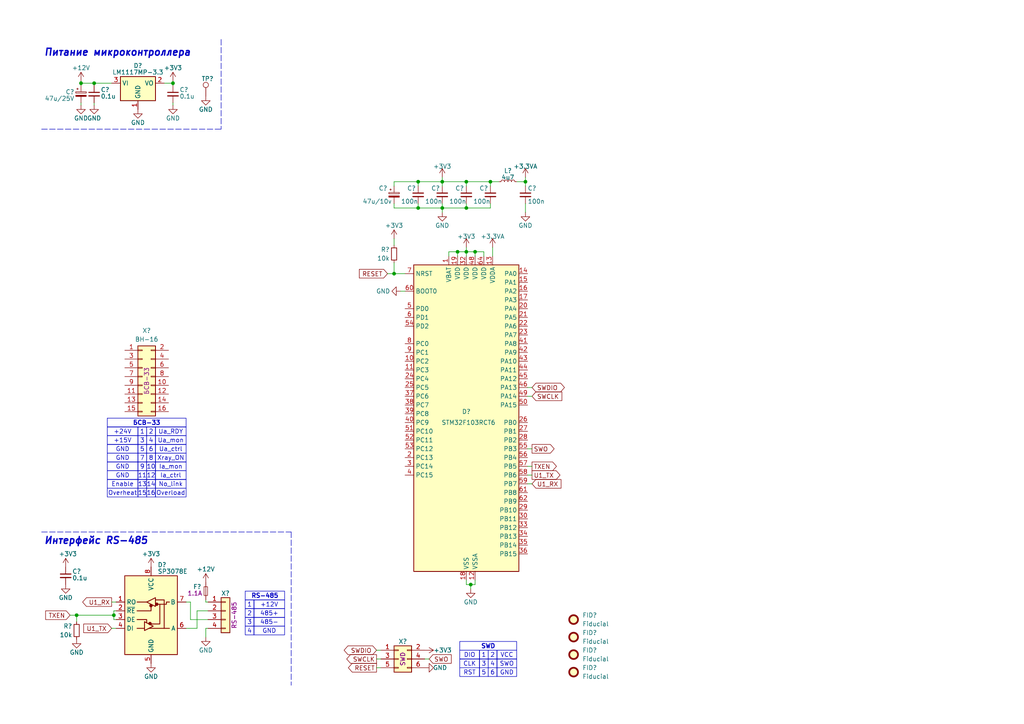
<source format=kicad_sch>
(kicad_sch (version 20231120) (generator "eeschema") (generator_version "8.0")
  (paper "A4")
  (title_block (title "RS485_BSV") (rev "1") (company "ООО \"Экросхим\"") (comment 1 "Антон Мухин"))
  (lib_symbols
    (symbol "Connector:TestPoint" (pin_numbers hide) (pin_names (offset 0.762) hide)
      (property "Reference" "TP" (at 0 6.858 0))
      (property "Value" "TestPoint" (at 0 5.08 0))
      (symbol "TestPoint_0_1"
        (circle (center 0 3.302) (radius 0.762))
      )
      (symbol "TestPoint_1_1"
        (pin passive line (at 0 0 90) (length 2.54) (name "1") (number "1"))
      )
    )
    (symbol "Connector_Generic:Conn_01x04" (pin_names (offset 1.016) hide)
      (property "Reference" "J" (at 0 5.08 0))
      (property "Value" "Conn_01x04" (at 0 -7.62 0))
      (symbol "Conn_01x04_1_1"
        (rectangle (start -1.27 -4.953) (end 0 -5.207) (stroke (width 0.1524)))
        (rectangle (start -1.27 -2.413) (end 0 -2.667) (stroke (width 0.1524)))
        (rectangle (start -1.27 0.127) (end 0 -0.127) (stroke (width 0.1524)))
        (rectangle (start -1.27 2.667) (end 0 2.413) (stroke (width 0.1524)))
        (rectangle (start -1.27 3.81) (end 1.27 -6.35) (stroke (width 0.254)) (fill (type background)))
        (pin passive line (at -5.08 2.54 0) (length 3.81) (name "Pin_1") (number "1"))
        (pin passive line (at -5.08 0 0) (length 3.81) (name "Pin_2") (number "2"))
        (pin passive line (at -5.08 -2.54 0) (length 3.81) (name "Pin_3") (number "3"))
        (pin passive line (at -5.08 -5.08 0) (length 3.81) (name "Pin_4") (number "4"))
      )
    )
    (symbol "Connector_Generic:Conn_02x03_Odd_Even" (pin_names (offset 1.016) hide)
      (property "Reference" "J" (at 1.27 5.08 0))
      (property "Value" "Conn_02x03_Odd_Even" (at 1.27 -5.08 0))
      (symbol "Conn_02x03_Odd_Even_1_1"
        (rectangle (start -1.27 -2.413) (end 0 -2.667) (stroke (width 0.1524)))
        (rectangle (start -1.27 0.127) (end 0 -0.127) (stroke (width 0.1524)))
        (rectangle (start -1.27 2.667) (end 0 2.413) (stroke (width 0.1524)))
        (rectangle (start -1.27 3.81) (end 3.81 -3.81) (stroke (width 0.254)) (fill (type background)))
        (rectangle (start 3.81 -2.413) (end 2.54 -2.667) (stroke (width 0.1524)))
        (rectangle (start 3.81 0.127) (end 2.54 -0.127) (stroke (width 0.1524)))
        (rectangle (start 3.81 2.667) (end 2.54 2.413) (stroke (width 0.1524)))
        (pin passive line (at -5.08 2.54 0) (length 3.81) (name "Pin_1") (number "1"))
        (pin passive line (at 7.62 2.54 180) (length 3.81) (name "Pin_2") (number "2"))
        (pin passive line (at -5.08 0 0) (length 3.81) (name "Pin_3") (number "3"))
        (pin passive line (at 7.62 0 180) (length 3.81) (name "Pin_4") (number "4"))
        (pin passive line (at -5.08 -2.54 0) (length 3.81) (name "Pin_5") (number "5"))
        (pin passive line (at 7.62 -2.54 180) (length 3.81) (name "Pin_6") (number "6"))
      )
    )
    (symbol "Connector_Generic:Conn_02x08_Odd_Even" (pin_names (offset 1.016) hide)
      (property "Reference" "J" (at 1.27 10.16 0))
      (property "Value" "Conn_02x08_Odd_Even" (at 1.27 -12.7 0))
      (symbol "Conn_02x08_Odd_Even_1_1"
        (rectangle (start -1.27 -10.033) (end 0 -10.287) (stroke (width 0.1524)))
        (rectangle (start -1.27 -7.493) (end 0 -7.747) (stroke (width 0.1524)))
        (rectangle (start -1.27 -4.953) (end 0 -5.207) (stroke (width 0.1524)))
        (rectangle (start -1.27 -2.413) (end 0 -2.667) (stroke (width 0.1524)))
        (rectangle (start -1.27 0.127) (end 0 -0.127) (stroke (width 0.1524)))
        (rectangle (start -1.27 2.667) (end 0 2.413) (stroke (width 0.1524)))
        (rectangle (start -1.27 5.207) (end 0 4.953) (stroke (width 0.1524)))
        (rectangle (start -1.27 7.747) (end 0 7.493) (stroke (width 0.1524)))
        (rectangle (start -1.27 8.89) (end 3.81 -11.43) (stroke (width 0.254)) (fill (type background)))
        (rectangle (start 3.81 -10.033) (end 2.54 -10.287) (stroke (width 0.1524)))
        (rectangle (start 3.81 -7.493) (end 2.54 -7.747) (stroke (width 0.1524)))
        (rectangle (start 3.81 -4.953) (end 2.54 -5.207) (stroke (width 0.1524)))
        (rectangle (start 3.81 -2.413) (end 2.54 -2.667) (stroke (width 0.1524)))
        (rectangle (start 3.81 0.127) (end 2.54 -0.127) (stroke (width 0.1524)))
        (rectangle (start 3.81 2.667) (end 2.54 2.413) (stroke (width 0.1524)))
        (rectangle (start 3.81 5.207) (end 2.54 4.953) (stroke (width 0.1524)))
        (rectangle (start 3.81 7.747) (end 2.54 7.493) (stroke (width 0.1524)))
        (pin passive line (at -5.08 7.62 0) (length 3.81) (name "Pin_1") (number "1"))
        (pin passive line (at 7.62 -2.54 180) (length 3.81) (name "Pin_10") (number "10"))
        (pin passive line (at -5.08 -5.08 0) (length 3.81) (name "Pin_11") (number "11"))
        (pin passive line (at 7.62 -5.08 180) (length 3.81) (name "Pin_12") (number "12"))
        (pin passive line (at -5.08 -7.62 0) (length 3.81) (name "Pin_13") (number "13"))
        (pin passive line (at 7.62 -7.62 180) (length 3.81) (name "Pin_14") (number "14"))
        (pin passive line (at -5.08 -10.16 0) (length 3.81) (name "Pin_15") (number "15"))
        (pin passive line (at 7.62 -10.16 180) (length 3.81) (name "Pin_16") (number "16"))
        (pin passive line (at 7.62 7.62 180) (length 3.81) (name "Pin_2") (number "2"))
        (pin passive line (at -5.08 5.08 0) (length 3.81) (name "Pin_3") (number "3"))
        (pin passive line (at 7.62 5.08 180) (length 3.81) (name "Pin_4") (number "4"))
        (pin passive line (at -5.08 2.54 0) (length 3.81) (name "Pin_5") (number "5"))
        (pin passive line (at 7.62 2.54 180) (length 3.81) (name "Pin_6") (number "6"))
        (pin passive line (at -5.08 0 0) (length 3.81) (name "Pin_7") (number "7"))
        (pin passive line (at 7.62 0 180) (length 3.81) (name "Pin_8") (number "8"))
        (pin passive line (at -5.08 -2.54 0) (length 3.81) (name "Pin_9") (number "9"))
      )
    )
    (symbol "Device:C_Polarized_Small" (pin_numbers hide) (pin_names (offset 0.254) hide)
      (property "Reference" "C" (at 0.254 1.778 0))
      (property "Value" "C_Polarized_Small" (at 0.254 -2.032 0))
      (symbol "C_Polarized_Small_0_1"
        (rectangle (start -1.524 -0.3048) (end 1.524 -0.6858) (fill (type outline)))
        (rectangle (start -1.524 0.6858) (end 1.524 0.3048))
        (polyline (pts (xy -1.27 1.524) (xy -0.762 1.524)))
        (polyline (pts (xy -1.016 1.27) (xy -1.016 1.778)))
      )
      (symbol "C_Polarized_Small_1_1"
        (pin passive line (at 0 2.54 270) (length 1.8542) (name "~") (number "1"))
        (pin passive line (at 0 -2.54 90) (length 1.8542) (name "~") (number "2"))
      )
    )
    (symbol "Device:C_Small" (pin_numbers hide) (pin_names (offset 0.254) hide)
      (property "Reference" "C" (at 0.254 1.778 0))
      (property "Value" "C_Small" (at 0.254 -2.032 0))
      (symbol "C_Small_0_1"
        (polyline (pts (xy -1.524 -0.508) (xy 1.524 -0.508)) (stroke (width 0.3302)))
        (polyline (pts (xy -1.524 0.508) (xy 1.524 0.508)) (stroke (width 0.3048)))
      )
      (symbol "C_Small_1_1"
        (pin passive line (at 0 2.54 270) (length 2.032) (name "~") (number "1"))
        (pin passive line (at 0 -2.54 90) (length 2.032) (name "~") (number "2"))
      )
    )
    (symbol "Device:Fuse_Small" (pin_numbers hide) (pin_names (offset 0.254) hide)
      (property "Reference" "F" (at 0 -1.524 0))
      (property "Value" "Fuse_Small" (at 0 1.524 0))
      (symbol "Fuse_Small_0_1"
        (rectangle (start -1.27 0.508) (end 1.27 -0.508))
        (polyline (pts (xy -1.27 0) (xy 1.27 0)))
      )
      (symbol "Fuse_Small_1_1"
        (pin passive line (at -2.54 0 0) (length 1.27) (name "~") (number "1"))
        (pin passive line (at 2.54 0 180) (length 1.27) (name "~") (number "2"))
      )
    )
    (symbol "Device:L_Small" (pin_numbers hide) (pin_names (offset 0.254) hide)
      (property "Reference" "L" (at 0.762 1.016 0))
      (property "Value" "L_Small" (at 0.762 -1.016 0))
      (symbol "L_Small_0_1"
        (arc (start 0 -2.032) (mid 0.5058 -1.524) (end 0 -1.016))
        (arc (start 0 -1.016) (mid 0.5058 -0.508) (end 0 0))
        (arc (start 0 0) (mid 0.5058 0.508) (end 0 1.016))
        (arc (start 0 1.016) (mid 0.5058 1.524) (end 0 2.032))
      )
      (symbol "L_Small_1_1"
        (pin passive line (at 0 2.54 270) (length 0.508) (name "~") (number "1"))
        (pin passive line (at 0 -2.54 90) (length 0.508) (name "~") (number "2"))
      )
    )
    (symbol "Device:R_Small" (pin_numbers hide) (pin_names (offset 0.254) hide)
      (property "Reference" "R" (at 0.762 0.508 0))
      (property "Value" "R_Small" (at 0.762 -1.016 0))
      (symbol "R_Small_0_1"
        (rectangle (start -0.762 1.778) (end 0.762 -1.778) (stroke (width 0.2032)))
      )
      (symbol "R_Small_1_1"
        (pin passive line (at 0 2.54 270) (length 0.762) (name "~") (number "1"))
        (pin passive line (at 0 -2.54 90) (length 0.762) (name "~") (number "2"))
      )
    )
    (symbol "Interface_UART:MAX3485"
      (property "Reference" "U" (at -6.096 11.43 0))
      (property "Value" "MAX3485" (at 0.762 11.43 0))
      (symbol "MAX3485_0_1"
        (rectangle (start -7.62 10.16) (end 7.62 -12.7) (stroke (width 0.254)) (fill (type background)))
        (circle (center -0.3048 -3.683) (radius 0.3556) (stroke (width 0.254)) (fill (type outline)))
        (circle (center -0.0254 1.4986) (radius 0.3556) (stroke (width 0.254)) (fill (type outline)))
        (polyline (pts (xy -4.064 -5.08) (xy -1.905 -5.08)) (stroke (width 0.254)))
        (polyline (pts (xy -4.064 2.54) (xy -1.27 2.54)) (stroke (width 0.254)))
        (polyline (pts (xy -1.27 -3.2004) (xy -1.27 -3.4544)) (stroke (width 0.254)))
        (polyline (pts (xy -0.635 -5.08) (xy 5.334 -5.08)) (stroke (width 0.254)))
        (polyline (pts (xy -4.064 -2.54) (xy -1.27 -2.54) (xy -1.27 -3.175)) (stroke (width 0.254)))
        (polyline (pts (xy 0 1.27) (xy 0 0) (xy -4.064 0)) (stroke (width 0.254)))
        (polyline (pts (xy 1.27 3.175) (xy 3.81 3.175) (xy 3.81 -5.08)) (stroke (width 0.254)))
        (polyline (pts (xy 2.54 1.905) (xy 2.54 -3.81) (xy 0 -3.81)) (stroke (width 0.254)))
        (polyline (pts (xy -1.905 -3.175) (xy -1.905 -5.715) (xy 0.635 -4.445) (xy -1.905 -3.175)) (stroke (width 0.254)))
        (polyline (pts (xy -1.27 2.54) (xy 1.27 3.81) (xy 1.27 1.27) (xy -1.27 2.54)) (stroke (width 0.254)))
        (polyline (pts (xy 1.905 1.905) (xy 4.445 1.905) (xy 4.445 2.54) (xy 5.334 2.54)) (stroke (width 0.254)))
        (rectangle (start 1.27 3.175) (end 1.27 3.175))
        (circle (center 1.651 1.905) (radius 0.3556) (stroke (width 0.254)) (fill (type outline)))
      )
      (symbol "MAX3485_1_1"
        (pin output line (at -10.16 2.54 0) (length 2.54) (name "RO") (number "1"))
        (pin input line (at -10.16 0 0) (length 2.54) (name "~{RE}") (number "2"))
        (pin input line (at -10.16 -2.54 0) (length 2.54) (name "DE") (number "3"))
        (pin input line (at -10.16 -5.08 0) (length 2.54) (name "DI") (number "4"))
        (pin power_in line (at 0 -15.24 90) (length 2.54) (name "GND") (number "5"))
        (pin bidirectional line (at 10.16 -5.08 180) (length 2.54) (name "A") (number "6"))
        (pin bidirectional line (at 10.16 2.54 180) (length 2.54) (name "B") (number "7"))
        (pin power_in line (at 0 12.7 270) (length 2.54) (name "VCC") (number "8"))
      )
    )
    (symbol "MCU_ST_STM32F1:STM32F103RCTx"
      (property "Reference" "U" (at -15.24 46.99 0))
      (property "Value" "STM32F103RCTx" (at 10.16 46.99 0))
      (symbol "STM32F103RCTx_0_1"
        (rectangle (start -15.24 -43.18) (end 15.24 45.72) (stroke (width 0.254)) (fill (type background)))
      )
      (symbol "STM32F103RCTx_1_1"
        (pin power_in line (at -5.08 48.26 270) (length 2.54) (name "VBAT") (number "1"))
        (pin bidirectional line (at -17.78 17.78 0) (length 2.54) (name "PC2") (number "10"))
        (pin bidirectional line (at -17.78 15.24 0) (length 2.54) (name "PC3") (number "11"))
        (pin power_in line (at 2.54 -45.72 90) (length 2.54) (name "VSSA") (number "12"))
        (pin power_in line (at 7.62 48.26 270) (length 2.54) (name "VDDA") (number "13"))
        (pin bidirectional line (at 17.78 43.18 180) (length 2.54) (name "PA0") (number "14"))
        (pin bidirectional line (at 17.78 40.64 180) (length 2.54) (name "PA1") (number "15"))
        (pin bidirectional line (at 17.78 38.1 180) (length 2.54) (name "PA2") (number "16"))
        (pin bidirectional line (at 17.78 35.56 180) (length 2.54) (name "PA3") (number "17"))
        (pin power_in line (at 0 -45.72 90) (length 2.54) (name "VSS") (number "18"))
        (pin power_in line (at -2.54 48.26 270) (length 2.54) (name "VDD") (number "19"))
        (pin bidirectional line (at -17.78 -10.16 0) (length 2.54) (name "PC13") (number "2"))
        (pin bidirectional line (at 17.78 33.02 180) (length 2.54) (name "PA4") (number "20"))
        (pin bidirectional line (at 17.78 30.48 180) (length 2.54) (name "PA5") (number "21"))
        (pin bidirectional line (at 17.78 27.94 180) (length 2.54) (name "PA6") (number "22"))
        (pin bidirectional line (at 17.78 25.4 180) (length 2.54) (name "PA7") (number "23"))
        (pin bidirectional line (at -17.78 12.7 0) (length 2.54) (name "PC4") (number "24"))
        (pin bidirectional line (at -17.78 10.16 0) (length 2.54) (name "PC5") (number "25"))
        (pin bidirectional line (at 17.78 0 180) (length 2.54) (name "PB0") (number "26"))
        (pin bidirectional line (at 17.78 -2.54 180) (length 2.54) (name "PB1") (number "27"))
        (pin bidirectional line (at 17.78 -5.08 180) (length 2.54) (name "PB2") (number "28"))
        (pin bidirectional line (at 17.78 -25.4 180) (length 2.54) (name "PB10") (number "29"))
        (pin bidirectional line (at -17.78 -12.7 0) (length 2.54) (name "PC14") (number "3"))
        (pin bidirectional line (at 17.78 -27.94 180) (length 2.54) (name "PB11") (number "30"))
        (pin passive line (at 0 -45.72 90) (length 2.54) hide (name "VSS") (number "31"))
        (pin power_in line (at 0 48.26 270) (length 2.54) (name "VDD") (number "32"))
        (pin bidirectional line (at 17.78 -30.48 180) (length 2.54) (name "PB12") (number "33"))
        (pin bidirectional line (at 17.78 -33.02 180) (length 2.54) (name "PB13") (number "34"))
        (pin bidirectional line (at 17.78 -35.56 180) (length 2.54) (name "PB14") (number "35"))
        (pin bidirectional line (at 17.78 -38.1 180) (length 2.54) (name "PB15") (number "36"))
        (pin bidirectional line (at -17.78 7.62 0) (length 2.54) (name "PC6") (number "37"))
        (pin bidirectional line (at -17.78 5.08 0) (length 2.54) (name "PC7") (number "38"))
        (pin bidirectional line (at -17.78 2.54 0) (length 2.54) (name "PC8") (number "39"))
        (pin bidirectional line (at -17.78 -15.24 0) (length 2.54) (name "PC15") (number "4"))
        (pin bidirectional line (at -17.78 0 0) (length 2.54) (name "PC9") (number "40"))
        (pin bidirectional line (at 17.78 22.86 180) (length 2.54) (name "PA8") (number "41"))
        (pin bidirectional line (at 17.78 20.32 180) (length 2.54) (name "PA9") (number "42"))
        (pin bidirectional line (at 17.78 17.78 180) (length 2.54) (name "PA10") (number "43"))
        (pin bidirectional line (at 17.78 15.24 180) (length 2.54) (name "PA11") (number "44"))
        (pin bidirectional line (at 17.78 12.7 180) (length 2.54) (name "PA12") (number "45"))
        (pin bidirectional line (at 17.78 10.16 180) (length 2.54) (name "PA13") (number "46"))
        (pin passive line (at 0 -45.72 90) (length 2.54) hide (name "VSS") (number "47"))
        (pin power_in line (at 2.54 48.26 270) (length 2.54) (name "VDD") (number "48"))
        (pin bidirectional line (at 17.78 7.62 180) (length 2.54) (name "PA14") (number "49"))
        (pin bidirectional line (at -17.78 33.02 0) (length 2.54) (name "PD0") (number "5"))
        (pin bidirectional line (at 17.78 5.08 180) (length 2.54) (name "PA15") (number "50"))
        (pin bidirectional line (at -17.78 -2.54 0) (length 2.54) (name "PC10") (number "51"))
        (pin bidirectional line (at -17.78 -5.08 0) (length 2.54) (name "PC11") (number "52"))
        (pin bidirectional line (at -17.78 -7.62 0) (length 2.54) (name "PC12") (number "53"))
        (pin bidirectional line (at -17.78 27.94 0) (length 2.54) (name "PD2") (number "54"))
        (pin bidirectional line (at 17.78 -7.62 180) (length 2.54) (name "PB3") (number "55"))
        (pin bidirectional line (at 17.78 -10.16 180) (length 2.54) (name "PB4") (number "56"))
        (pin bidirectional line (at 17.78 -12.7 180) (length 2.54) (name "PB5") (number "57"))
        (pin bidirectional line (at 17.78 -15.24 180) (length 2.54) (name "PB6") (number "58"))
        (pin bidirectional line (at 17.78 -17.78 180) (length 2.54) (name "PB7") (number "59"))
        (pin bidirectional line (at -17.78 30.48 0) (length 2.54) (name "PD1") (number "6"))
        (pin input line (at -17.78 38.1 0) (length 2.54) (name "BOOT0") (number "60"))
        (pin bidirectional line (at 17.78 -20.32 180) (length 2.54) (name "PB8") (number "61"))
        (pin bidirectional line (at 17.78 -22.86 180) (length 2.54) (name "PB9") (number "62"))
        (pin passive line (at 0 -45.72 90) (length 2.54) hide (name "VSS") (number "63"))
        (pin power_in line (at 5.08 48.26 270) (length 2.54) (name "VDD") (number "64"))
        (pin input line (at -17.78 43.18 0) (length 2.54) (name "NRST") (number "7"))
        (pin bidirectional line (at -17.78 22.86 0) (length 2.54) (name "PC0") (number "8"))
        (pin bidirectional line (at -17.78 20.32 0) (length 2.54) (name "PC1") (number "9"))
      )
    )
    (symbol "Mechanical:Fiducial" (exclude_from_sim yes) (in_bom no)
      (property "Reference" "FID" (at 0 5.08 0))
      (property "Value" "Fiducial" (at 0 3.175 0))
      (symbol "Fiducial_0_1"
        (circle (center 0 0) (radius 1.27) (stroke (width 0.508)) (fill (type background)))
      )
    )
    (symbol "Regulator_Linear:LM1117MP-3.3"
      (property "Reference" "U" (at -3.81 3.175 0))
      (property "Value" "LM1117MP-3.3" (at 0 3.175 0))
      (symbol "LM1117MP-3.3_0_1"
        (rectangle (start -5.08 -5.08) (end 5.08 1.905) (stroke (width 0.254)) (fill (type background)))
      )
      (symbol "LM1117MP-3.3_1_1"
        (pin power_in line (at 0 -7.62 90) (length 2.54) (name "GND") (number "1"))
        (pin power_out line (at 7.62 0 180) (length 2.54) (name "VO") (number "2"))
        (pin power_in line (at -7.62 0 0) (length 2.54) (name "VI") (number "3"))
      )
    )
    (symbol "power:+12V" (power) (pin_names (offset 0))
      (property "Value" "+12V" (at 0 3.556 0))
      (symbol "+12V_0_1"
        (polyline (pts (xy -0.762 1.27) (xy 0 2.54)))
        (polyline (pts (xy 0 0) (xy 0 2.54)))
        (polyline (pts (xy 0 2.54) (xy 0.762 1.27)))
      )
      (symbol "+12V_1_1"
        (pin power_in line (at 0 0 90) (length 0) hide (name "+12V") (number "1"))
      )
    )
    (symbol "power:+3.3VA" (power) (pin_names (offset 0))
      (property "Value" "+3.3VA" (at 0 3.556 0))
      (symbol "+3.3VA_0_1"
        (polyline (pts (xy -0.762 1.27) (xy 0 2.54)))
        (polyline (pts (xy 0 0) (xy 0 2.54)))
        (polyline (pts (xy 0 2.54) (xy 0.762 1.27)))
      )
      (symbol "+3.3VA_1_1"
        (pin power_in line (at 0 0 90) (length 0) hide (name "+3.3VA") (number "1"))
      )
    )
    (symbol "power:+3V3" (power) (pin_names (offset 0))
      (property "Value" "+3V3" (at 0 3.556 0))
      (symbol "+3V3_0_1"
        (polyline (pts (xy -0.762 1.27) (xy 0 2.54)))
        (polyline (pts (xy 0 0) (xy 0 2.54)))
        (polyline (pts (xy 0 2.54) (xy 0.762 1.27)))
      )
      (symbol "+3V3_1_1"
        (pin power_in line (at 0 0 90) (length 0) hide (name "+3V3") (number "1"))
      )
    )
    (symbol "power:GND" (power) (pin_names (offset 0))
      (property "Value" "GND" (at 0 -3.81 0))
      (symbol "GND_0_1"
        (polyline (pts (xy 0 0) (xy 0 -1.27) (xy 1.27 -1.27) (xy 0 -2.54) (xy -1.27 -1.27) (xy 0 -1.27)))
      )
      (symbol "GND_1_1"
        (pin power_in line (at 0 0 270) (length 0) hide (name "GND") (number "1"))
      )
    )
  )
  (junction (at 136.525 169.545))
  (junction (at 152.4 52.705))
  (junction (at 114.3 79.375))
  (junction (at 27.305 24.13))
  (junction (at 135.255 60.325))
  (junction (at 128.27 52.705))
  (junction (at 23.495 24.13))
  (junction (at 128.27 60.325))
  (junction (at 121.285 60.325))
  (junction (at 33.02 178.435))
  (junction (at 50.165 24.13))
  (junction (at 135.255 73.025))
  (junction (at 135.255 52.705))
  (junction (at 22.225 178.435))
  (junction (at 132.715 73.025))
  (junction (at 142.24 52.705))
  (junction (at 121.285 52.705))
  (junction (at 137.795 73.025))
  (wire (pts (xy 149.86 52.705) (xy 152.4 52.705)))
  (wire (pts (xy 121.285 59.055) (xy 121.285 60.325)))
  (wire (pts (xy 22.225 178.435) (xy 33.02 178.435)))
  (wire (pts (xy 132.715 73.025) (xy 132.715 74.295)))
  (wire (pts (xy 114.3 60.325) (xy 121.285 60.325)))
  (wire (pts (xy 135.255 71.755) (xy 135.255 73.025)))
  (wire (pts (xy 128.27 60.325) (xy 135.255 60.325)))
  (wire (pts (xy 121.285 53.975) (xy 121.285 52.705)))
  (wire (pts (xy 154.305 114.935) (xy 153.035 114.935)))
  (wire (pts (xy 55.245 174.625) (xy 53.975 174.625)))
  (wire (pts (xy 114.3 76.2) (xy 114.3 79.375)))
  (wire (pts (xy 142.875 71.755) (xy 142.875 74.295)))
  (wire (pts (xy 33.02 179.705) (xy 33.02 178.435)))
  (wire (pts (xy 140.335 73.025) (xy 137.795 73.025)))
  (wire (pts (xy 33.02 178.435) (xy 33.02 177.165)))
  (wire (pts (xy 23.495 24.13) (xy 23.495 24.765)))
  (wire (pts (xy 136.525 169.545) (xy 137.795 169.545)))
  (wire (pts (xy 59.69 182.245) (xy 59.69 184.785)))
  (wire (pts (xy 140.335 74.295) (xy 140.335 73.025)))
  (wire (pts (xy 135.255 169.545) (xy 136.525 169.545)))
  (wire (pts (xy 154.305 135.255) (xy 153.035 135.255)))
  (wire (pts (xy 55.245 179.705) (xy 55.245 174.625)))
  (wire (pts (xy 135.255 52.705) (xy 135.255 53.975)))
  (wire (pts (xy 50.165 23.495) (xy 50.165 24.13)))
  (wire (pts (xy 128.27 52.705) (xy 135.255 52.705)))
  (wire (pts (xy 114.3 59.055) (xy 114.3 60.325)))
  (wire (pts (xy 154.305 130.175) (xy 153.035 130.175)))
  (wire (pts (xy 112.395 79.375) (xy 114.3 79.375)))
  (wire (pts (xy 27.305 29.845) (xy 27.305 30.48)))
  (wire (pts (xy 142.24 52.705) (xy 144.78 52.705)))
  (wire (pts (xy 22.225 178.435) (xy 22.225 180.34)))
  (wire (pts (xy 32.385 182.245) (xy 33.655 182.245)))
  (wire (pts (xy 114.3 69.215) (xy 114.3 71.12)))
  (wire (pts (xy 23.495 29.845) (xy 23.495 30.48)))
  (wire (pts (xy 20.32 178.435) (xy 22.225 178.435)))
  (wire (pts (xy 50.165 24.13) (xy 50.165 24.765)))
  (wire (pts (xy 33.02 177.165) (xy 33.655 177.165)))
  (wire (pts (xy 60.325 182.245) (xy 59.69 182.245)))
  (wire (pts (xy 132.715 73.025) (xy 135.255 73.025)))
  (wire (pts (xy 128.27 60.325) (xy 128.27 61.595)))
  (wire (pts (xy 135.255 168.275) (xy 135.255 169.545)))
  (wire (pts (xy 152.4 52.705) (xy 152.4 53.975)))
  (wire (pts (xy 135.255 52.705) (xy 142.24 52.705)))
  (wire (pts (xy 135.255 73.025) (xy 135.255 74.295)))
  (wire (pts (xy 27.305 24.13) (xy 27.305 24.765)))
  (wire (pts (xy 109.22 193.675) (xy 110.49 193.675)))
  (wire (pts (xy 142.24 60.325) (xy 135.255 60.325)))
  (wire (pts (xy 27.305 24.13) (xy 32.385 24.13)))
  (wire (pts (xy 136.525 169.545) (xy 136.525 170.815)))
  (wire (pts (xy 114.3 52.705) (xy 121.285 52.705)))
  (wire (pts (xy 121.285 52.705) (xy 128.27 52.705)))
  (wire (pts (xy 59.69 174.625) (xy 59.69 173.99)))
  (wire (pts (xy 121.285 60.325) (xy 128.27 60.325)))
  (polyline (pts (xy 12.065 37.465) (xy 64.135 37.465)) (stroke (width 0) (type dash)))
  (polyline (pts (xy 64.135 11.43) (xy 64.135 37.465)) (stroke (width 0) (type dash)))
  (wire (pts (xy 137.795 73.025) (xy 137.795 74.295)))
  (wire (pts (xy 130.175 74.295) (xy 130.175 73.025)))
  (polyline (pts (xy 84.455 154.305) (xy 84.455 198.755)) (stroke (width 0) (type dash)))
  (wire (pts (xy 47.625 24.13) (xy 50.165 24.13)))
  (wire (pts (xy 154.305 112.395) (xy 153.035 112.395)))
  (wire (pts (xy 128.27 59.055) (xy 128.27 60.325)))
  (wire (pts (xy 154.305 137.795) (xy 153.035 137.795)))
  (wire (pts (xy 137.795 169.545) (xy 137.795 168.275)))
  (wire (pts (xy 33.655 179.705) (xy 33.02 179.705)))
  (wire (pts (xy 109.22 188.595) (xy 110.49 188.595)))
  (wire (pts (xy 23.495 23.495) (xy 23.495 24.13)))
  (wire (pts (xy 124.46 191.135) (xy 123.19 191.135)))
  (wire (pts (xy 128.27 51.435) (xy 128.27 52.705)))
  (wire (pts (xy 135.255 60.325) (xy 135.255 59.055)))
  (wire (pts (xy 152.4 51.435) (xy 152.4 52.705)))
  (wire (pts (xy 60.325 179.705) (xy 55.245 179.705)))
  (wire (pts (xy 109.22 191.135) (xy 110.49 191.135)))
  (wire (pts (xy 130.175 73.025) (xy 132.715 73.025)))
  (wire (pts (xy 154.305 140.335) (xy 153.035 140.335)))
  (wire (pts (xy 114.3 53.975) (xy 114.3 52.705)))
  (wire (pts (xy 57.15 182.245) (xy 57.15 177.165)))
  (wire (pts (xy 152.4 59.055) (xy 152.4 61.595)))
  (wire (pts (xy 114.3 79.375) (xy 117.475 79.375)))
  (wire (pts (xy 142.24 59.055) (xy 142.24 60.325)))
  (wire (pts (xy 53.975 182.245) (xy 57.15 182.245)))
  (wire (pts (xy 135.255 73.025) (xy 137.795 73.025)))
  (wire (pts (xy 23.495 24.13) (xy 27.305 24.13)))
  (wire (pts (xy 57.15 177.165) (xy 60.325 177.165)))
  (wire (pts (xy 128.27 52.705) (xy 128.27 53.975)))
  (wire (pts (xy 50.165 29.845) (xy 50.165 30.48)))
  (wire (pts (xy 116.205 84.455) (xy 117.475 84.455)))
  (wire (pts (xy 60.325 174.625) (xy 59.69 174.625)))
  (polyline (pts (xy 12.065 154.305) (xy 84.455 154.305)) (stroke (width 0) (type dash)))
  (wire (pts (xy 32.385 174.625) (xy 33.655 174.625)))
  (wire (pts (xy 142.24 52.705) (xy 142.24 53.975)))
  (text_box "RS-485" (at 71.12 171.45 0) (size 11.43 2.54) (effects (font (size 1.27 1.27) (thickness 0.254) (bold yes))))
  (text_box "12" (at 42.545 136.525 0) (size 2.54 2.54) (effects (font (size 1.27 1.27))))
  (text_box "1" (at 71.12 173.99 0) (size 2.54 2.54) (effects (font (size 1.27 1.27))))
  (text_box "Ua_RDY" (at 45.085 123.825 0) (size 8.89 2.54) (effects (font (size 1.27 1.27))))
  (text_box "6" (at 141.605 193.675 0) (size 2.54 2.54) (effects (font (size 1.27 1.27))))
  (text_box "No_link" (at 45.085 139.065 0) (size 8.89 2.54) (effects (font (size 1.27 1.27))))
  (text_box "15" (at 40.005 141.605 0) (size 2.54 2.54) (effects (font (size 1.27 1.27))))
  (text_box "+24V" (at 31.115 123.825 0) (size 8.89 2.54) (effects (font (size 1.27 1.27))))
  (text_box "SWD" (at 133.35 186.055 0) (size 16.51 2.54) (effects (font (size 1.27 1.27) (thickness 0.254) (bold yes))))
  (text_box "GND" (at 31.115 128.905 0) (size 8.89 2.54) (effects (font (size 1.27 1.27))))
  (text_box "4" (at 71.12 181.61 0) (size 2.54 2.54) (effects (font (size 1.27 1.27))))
  (text_box "3" (at 71.12 179.07 0) (size 2.54 2.54) (effects (font (size 1.27 1.27))))
  (text_box "2" (at 42.545 123.825 0) (size 2.54 2.54) (effects (font (size 1.27 1.27))))
  (text_box "10" (at 42.545 133.985 0) (size 2.54 2.54) (effects (font (size 1.27 1.27))))
  (text_box "485-" (at 73.66 179.07 0) (size 8.89 2.54) (effects (font (size 1.27 1.27))))
  (text_box "Overheat" (at 31.115 141.605 0) (size 8.89 2.54) (effects (font (size 1.27 1.27))))
  (text_box "14" (at 42.545 139.065 0) (size 2.54 2.54) (effects (font (size 1.27 1.27))))
  (text_box "БСВ-33" (at 31.115 121.285 0) (size 22.86 2.54) (effects (font (size 1.27 1.27) (thickness 0.254) (bold yes))))
  (text_box "CLK" (at 133.35 191.135 0) (size 5.715 2.54) (effects (font (size 1.27 1.27))))
  (text_box "GND" (at 31.115 133.985 0) (size 8.89 2.54) (effects (font (size 1.27 1.27))))
  (text_box "4" (at 42.545 126.365 0) (size 2.54 2.54) (effects (font (size 1.27 1.27))))
  (text_box "8" (at 42.545 131.445 0) (size 2.54 2.54) (effects (font (size 1.27 1.27))))
  (text_box "Ua_ctrl" (at 45.085 128.905 0) (size 8.89 2.54) (effects (font (size 1.27 1.27))))
  (text_box "13" (at 40.005 139.065 0) (size 2.54 2.54) (effects (font (size 1.27 1.27))))
  (text_box "GND" (at 73.66 181.61 0) (size 8.89 2.54) (effects (font (size 1.27 1.27))))
  (text_box "VCC" (at 144.145 188.595 0) (size 5.715 2.54) (effects (font (size 1.27 1.27))))
  (text_box "DIO" (at 133.35 188.595 0) (size 5.715 2.54) (effects (font (size 1.27 1.27))))
  (text_box "GND" (at 31.115 131.445 0) (size 8.89 2.54) (effects (font (size 1.27 1.27))))
  (text_box "Overload" (at 45.085 141.605 0) (size 8.89 2.54) (effects (font (size 1.27 1.27))))
  (text_box "3" (at 40.005 126.365 0) (size 2.54 2.54) (effects (font (size 1.27 1.27))))
  (text_box "+12V" (at 73.66 173.99 0) (size 8.89 2.54) (effects (font (size 1.27 1.27))))
  (text_box "Ia_mon" (at 45.085 133.985 0) (size 8.89 2.54) (effects (font (size 1.27 1.27))))
  (text_box "GND" (at 31.115 136.525 0) (size 8.89 2.54) (effects (font (size 1.27 1.27))))
  (text_box "11" (at 40.005 136.525 0) (size 2.54 2.54) (effects (font (size 1.27 1.27))))
  (text_box "1" (at 40.005 123.825 0) (size 2.54 2.54) (effects (font (size 1.27 1.27))))
  (text_box "5" (at 40.005 128.905 0) (size 2.54 2.54) (effects (font (size 1.27 1.27))))
  (text_box "5" (at 139.065 193.675 0) (size 2.54 2.54) (effects (font (size 1.27 1.27))))
  (text_box "RST" (at 133.35 193.675 0) (size 5.715 2.54) (effects (font (size 1.27 1.27))))
  (text_box "4" (at 141.605 191.135 0) (size 2.54 2.54) (effects (font (size 1.27 1.27))))
  (text_box "Xray_ON" (at 45.085 131.445 0) (size 8.89 2.54) (effects (font (size 1.27 1.27))))
  (text_box "3" (at 139.065 191.135 0) (size 2.54 2.54) (effects (font (size 1.27 1.27))))
  (text_box "485+" (at 73.66 176.53 0) (size 8.89 2.54) (effects (font (size 1.27 1.27))))
  (text_box "2" (at 141.605 188.595 0) (size 2.54 2.54) (effects (font (size 1.27 1.27))))
  (text_box "Enable" (at 31.115 139.065 0) (size 8.89 2.54) (effects (font (size 1.27 1.27))))
  (text_box "16" (at 42.545 141.605 0) (size 2.54 2.54) (effects (font (size 1.27 1.27))))
  (text_box "Ia_ctrl" (at 45.085 136.525 0) (size 8.89 2.54) (effects (font (size 1.27 1.27))))
  (text_box "1" (at 139.065 188.595 0) (size 2.54 2.54) (effects (font (size 1.27 1.27))))
  (text_box "9" (at 40.005 133.985 0) (size 2.54 2.54) (effects (font (size 1.27 1.27))))
  (text_box "Ua_mon" (at 45.085 126.365 0) (size 8.89 2.54) (effects (font (size 1.27 1.27))))
  (text_box "SWO" (at 144.145 191.135 0) (size 5.715 2.54) (effects (font (size 1.27 1.27))))
  (text_box "2" (at 71.12 176.53 0) (size 2.54 2.54) (effects (font (size 1.27 1.27))))
  (text_box "6" (at 42.545 128.905 0) (size 2.54 2.54) (effects (font (size 1.27 1.27))))
  (text_box "+15V" (at 31.115 126.365 0) (size 8.89 2.54) (effects (font (size 1.27 1.27))))
  (text_box "GND" (at 144.145 193.675 0) (size 5.715 2.54) (effects (font (size 1.27 1.27))))
  (text_box "7" (at 40.005 131.445 0) (size 2.54 2.54) (effects (font (size 1.27 1.27))))
  (text "Питание микроконтроллера" (at 12.7 16.51 0) (effects (font (size 2 2) (thickness 0.4) (bold yes) (italic yes)) (justify left bottom)))
  (text "Интерфейс RS-485" (at 12.7 158.115 0) (effects (font (size 2 2) (thickness 0.4) (bold yes) (italic yes)) (justify left bottom)))
  (global_label "U1_TX" (shape input) (at 32.385 182.245 180) (property "Intersheetrefs" "${INTERSHEET_REFS}" (effects (hide yes))))
  (global_label "SWDIO" (shape bidirectional) (at 109.22 188.595 180) (property "Intersheetrefs" "${INTERSHEET_REFS}" (effects (hide yes))))
  (global_label "SWDIO" (shape bidirectional) (at 154.305 112.395 0) (property "Intersheetrefs" "${INTERSHEET_REFS}" (effects (hide yes))))
  (global_label "SWCLK" (shape input) (at 154.305 114.935 0) (property "Intersheetrefs" "${INTERSHEET_REFS}" (effects (hide yes))))
  (global_label "U1_RX" (shape output) (at 32.385 174.625 180) (property "Intersheetrefs" "${INTERSHEET_REFS}" (effects (hide yes))))
  (global_label "RESET" (shape output) (at 109.22 193.675 180) (property "Intersheetrefs" "${INTERSHEET_REFS}" (effects (hide yes))))
  (global_label "SWO" (shape input) (at 124.46 191.135 0) (property "Intersheetrefs" "${INTERSHEET_REFS}" (effects (hide yes))))
  (global_label "RESET" (shape input) (at 112.395 79.375 180) (property "Intersheetrefs" "${INTERSHEET_REFS}" (effects (hide yes))))
  (global_label "SWO" (shape output) (at 154.305 130.175 0) (property "Intersheetrefs" "${INTERSHEET_REFS}" (effects (hide yes))))
  (global_label "TXEN" (shape input) (at 20.32 178.435 180) (property "Intersheetrefs" "${INTERSHEET_REFS}" (effects (hide yes))))
  (global_label "U1_TX" (shape output) (at 154.305 137.795 0) (property "Intersheetrefs" "${INTERSHEET_REFS}" (effects (hide yes))))
  (global_label "TXEN" (shape output) (at 154.305 135.255 0) (property "Intersheetrefs" "${INTERSHEET_REFS}" (effects (hide yes))))
  (global_label "U1_RX" (shape input) (at 154.305 140.335 0) (property "Intersheetrefs" "${INTERSHEET_REFS}" (effects (hide yes))))
  (global_label "SWCLK" (shape output) (at 109.22 191.135 180) (property "Intersheetrefs" "${INTERSHEET_REFS}" (effects (hide yes))))
  (symbol (lib_id "power:+12V") (at 23.495 23.495 0) (unit 1)
    (property "Reference" "#PWR08" (effects (hide yes)))
    (property "Value" "+12V" (at 23.495 19.685 0))
  )
  (symbol (lib_id "Interface_UART:MAX3485") (at 43.815 177.165 0) (unit 1)
    (property "Reference" "D?" (at 45.72 163.83 0) (effects (justify left)))
    (property "Value" "SP3078E" (at 45.72 165.735 0) (effects (justify left)))
    (property "Footprint" "Package_SO:SOIC-8_3.9x4.9mm_P1.27mm" (effects (hide yes)))
  )
  (symbol (lib_id "Device:C_Small") (at 142.24 56.515 0) (unit 1)
    (property "Reference" "C?" (at 141.605 54.61 0) (effects (justify right)))
    (property "Value" "100n" (at 142.24 58.42 0) (effects (justify right)))
    (property "Footprint" "Capacitor_SMD:C_0805_2012Metric_Pad1.18x1.45mm_HandSolder" (effects (hide yes)))
    (property "Link" "https://www.chipdip.ru/product0/43780" (effects (hide yes)))
  )
  (symbol (lib_id "Device:C_Small") (at 19.05 167.005 0) (unit 1)
    (property "Reference" "C?" (at 20.955 165.735 0) (effects (justify left)))
    (property "Value" "0.1u" (at 20.955 167.64 0) (effects (justify left)))
    (property "Footprint" "Capacitor_SMD:C_0805_2012Metric" (effects (hide yes)))
  )
  (symbol (lib_id "power:GND") (at 19.05 169.545 0) (unit 1)
    (property "Reference" "#PWR02" (effects (hide yes)))
    (property "Value" "GND" (at 19.05 173.355 0))
  )
  (symbol (lib_id "power:GND") (at 123.19 193.675 90) (mirror x) (unit 1)
    (property "Reference" "#PWR023" (effects (hide yes)))
    (property "Value" "GND" (at 127.635 193.675 90))
  )
  (symbol (lib_id "power:GND") (at 59.69 184.785 0) (unit 1)
    (property "Reference" "#PWR07" (effects (hide yes)))
    (property "Value" "GND" (at 59.69 188.595 0))
  )
  (symbol (lib_id "Device:L_Small") (at 147.32 52.705 90) (unit 1)
    (property "Reference" "L?" (at 147.32 49.53 90))
    (property "Value" "4u7" (at 147.32 51.435 90))
    (property "Footprint" "Inductor_SMD:L_1210_3225Metric_Pad1.42x2.65mm_HandSolder" (effects (hide yes)))
    (property "Link" "https://www.chipdip.ru/product/lqh32mn4r7k" (effects (hide yes)))
  )
  (symbol (lib_id "power:GND") (at 23.495 30.48 0) (unit 1)
    (property "Reference" "#PWR09" (effects (hide yes)))
    (property "Value" "GND" (at 23.495 34.29 0))
  )
  (symbol (lib_id "power:GND") (at 136.525 170.815 0) (unit 1)
    (property "Reference" "#PWR021" (effects (hide yes)))
    (property "Value" "GND" (at 136.525 174.625 0))
  )
  (symbol (lib_id "power:GND") (at 50.165 30.48 0) (unit 1)
    (property "Reference" "#PWR013" (effects (hide yes)))
    (property "Value" "GND" (at 50.165 34.29 0))
  )
  (symbol (lib_id "power:GND") (at 27.305 30.48 0) (unit 1)
    (property "Reference" "#PWR010" (effects (hide yes)))
    (property "Value" "GND" (at 27.305 34.29 0))
  )
  (symbol (lib_id "Mechanical:Fiducial") (at 166.37 189.865 0) (unit 1) (exclude_from_sim yes) (in_bom no)
    (property "Reference" "FID?" (at 168.91 188.5949 0) (effects (justify left)))
    (property "Value" "Fiducial" (at 168.91 191.1349 0) (effects (justify left)))
    (property "Footprint" "Fiducial:Fiducial_1mm_Mask3mm" (effects (hide yes)))
    (property "Description" "Fiducial Marker" (effects (hide yes)))
  )
  (symbol (lib_id "Device:C_Small") (at 152.4 56.515 0) (unit 1)
    (property "Reference" "C?" (at 153.035 54.61 0) (effects (justify left)))
    (property "Value" "100n" (at 153.035 58.42 0) (effects (justify left)))
    (property "Footprint" "Capacitor_SMD:C_0805_2012Metric_Pad1.18x1.45mm_HandSolder" (effects (hide yes)))
    (property "Link" "https://www.chipdip.ru/product0/43780" (effects (hide yes)))
  )
  (symbol (lib_id "Device:C_Small") (at 27.305 27.305 0) (unit 1)
    (property "Reference" "C?" (at 29.21 26.035 0) (effects (justify left)))
    (property "Value" "0.1u" (at 29.21 27.94 0) (effects (justify left)))
    (property "Footprint" "Capacitor_SMD:C_0805_2012Metric" (effects (hide yes)))
  )
  (symbol (lib_id "Connector:TestPoint") (at 59.69 27.94 0) (unit 1) (in_bom no)
    (property "Reference" "TP?" (at 58.42 22.86 0) (effects (justify left)))
    (property "Value" "TestPoint" (effects (hide yes)))
    (property "Footprint" "TestPoint:TestPoint_THTPad_D2.0mm_Drill1.0mm" (effects (hide yes)))
  )
  (symbol (lib_id "power:GND") (at 152.4 61.595 0) (unit 1)
    (property "Reference" "#PWR020" (effects (hide yes)))
    (property "Value" "GND" (at 152.4 65.405 0))
  )
  (symbol (lib_id "MCU_ST_STM32F1:STM32F103RCTx") (at 135.255 122.555 0) (unit 1)
    (property "Reference" "D?" (at 135.255 119.38 0))
    (property "Value" "STM32F103RCT6" (at 135.89 122.555 0))
    (property "Footprint" "Package_QFP:LQFP-64_10x10mm_P0.5mm" (effects (hide yes)))
    (property "Datasheet" "https://www.st.com/resource/en/datasheet/stm32f103rc.pdf" (effects (hide yes)))
    (property "Description" "STMicroelectronics Arm Cortex-M3 MCU, 256KB flash, 48KB RAM, 72 MHz, 2.0-3.6V, 51 GPIO, LQFP64" (effects (hide yes)))
  )
  (symbol (lib_id "power:+3V3") (at 135.255 71.755 0) (unit 1)
    (property "Reference" "#PWR017" (effects (hide yes)))
    (property "Value" "+3V3" (at 135.255 68.58 0))
  )
  (symbol (lib_id "Connector_Generic:Conn_02x08_Odd_Even") (at 41.275 109.22 0) (unit 1)
    (property "Reference" "X?" (at 42.545 95.885 0))
    (property "Value" "BH-16" (at 42.545 98.425 0))
    (property "Description" "Generic connector, double row, 02x08, odd/even pin numbering scheme (row 1 odd numbers, row 2 even numbers), script generated (kicad-library-utils/schlib/autogen/connector/)" (effects (hide yes)))
    (property "Label" "БСВ-33" (at 42.545 110.49 90))
  )
  (symbol (lib_id "Mechanical:Fiducial") (at 166.37 194.945 0) (unit 1) (exclude_from_sim yes) (in_bom no)
    (property "Reference" "FID?" (at 168.91 193.6749 0) (effects (justify left)))
    (property "Value" "Fiducial" (at 168.91 196.2149 0) (effects (justify left)))
    (property "Footprint" "Fiducial:Fiducial_1mm_Mask3mm" (effects (hide yes)))
    (property "Description" "Fiducial Marker" (effects (hide yes)))
  )
  (symbol (lib_id "Mechanical:Fiducial") (at 166.37 179.705 0) (unit 1) (exclude_from_sim yes) (in_bom no)
    (property "Reference" "FID?" (at 168.91 178.4349 0) (effects (justify left)))
    (property "Value" "Fiducial" (at 168.91 180.9749 0) (effects (justify left)))
    (property "Footprint" "Fiducial:Fiducial_1mm_Mask3mm" (effects (hide yes)))
    (property "Description" "Fiducial Marker" (effects (hide yes)))
  )
  (symbol (lib_id "power:+3V3") (at 123.19 188.595 270) (unit 1)
    (property "Reference" "#PWR022" (effects (hide yes)))
    (property "Value" "+3V3" (at 125.73 188.595 90) (effects (justify left)))
  )
  (symbol (lib_id "Connector_Generic:Conn_01x04") (at 65.405 177.165 0) (unit 1)
    (property "Reference" "X?" (at 65.405 172.085 0))
    (property "Value" "WF-4" (effects (hide yes)))
    (property "Footprint" "Ecohim:DS1070-4_WF-4_CONNFLY" (effects (hide yes)))
    (property "Label" "RS-485" (at 67.945 178.435 90))
  )
  (symbol (lib_id "power:GND") (at 43.815 192.405 0) (unit 1)
    (property "Reference" "#PWR05" (effects (hide yes)))
    (property "Value" "GND" (at 43.815 196.215 0))
  )
  (symbol (lib_id "Device:C_Small") (at 50.165 27.305 0) (unit 1)
    (property "Reference" "C?" (at 52.07 26.035 0) (effects (justify left)))
    (property "Value" "0.1u" (at 52.07 27.94 0) (effects (justify left)))
    (property "Footprint" "Capacitor_SMD:C_0805_2012Metric" (effects (hide yes)))
  )
  (symbol (lib_id "Device:R_Small") (at 22.225 182.88 0) (unit 1)
    (property "Reference" "R?" (at 20.955 181.61 0) (effects (justify right)))
    (property "Value" "10k" (at 20.955 184.15 0) (effects (justify right)))
    (property "Footprint" "Resistor_SMD:R_0805_2012Metric" (effects (hide yes)))
  )
  (symbol (lib_id "Device:C_Small") (at 135.255 56.515 0) (unit 1)
    (property "Reference" "C?" (at 134.62 54.61 0) (effects (justify right)))
    (property "Value" "100n" (at 135.255 58.42 0) (effects (justify right)))
    (property "Footprint" "Capacitor_SMD:C_0805_2012Metric_Pad1.18x1.45mm_HandSolder" (effects (hide yes)))
    (property "Link" "https://www.chipdip.ru/product0/43780" (effects (hide yes)))
  )
  (symbol (lib_id "power:+12V") (at 59.69 168.91 0) (unit 1)
    (property "Reference" "#PWR06" (effects (hide yes)))
    (property "Value" "+12V" (at 59.69 165.1 0))
  )
  (symbol (lib_id "Device:C_Polarized_Small") (at 23.495 27.305 0) (unit 1)
    (property "Reference" "C?" (at 21.59 26.67 0) (effects (justify right)))
    (property "Value" "47u/25V" (at 21.59 28.575 0) (effects (justify right)))
    (property "Footprint" "Capacitor_Tantalum_SMD:CP_EIA-7343-31_Kemet-D" (effects (hide yes)))
  )
  (symbol (lib_id "power:GND") (at 128.27 61.595 0) (unit 1)
    (property "Reference" "#PWR016" (effects (hide yes)))
    (property "Value" "GND" (at 128.27 65.405 0))
  )
  (symbol (lib_id "power:+3V3") (at 50.165 23.495 0) (unit 1)
    (property "Reference" "#PWR012" (effects (hide yes)))
    (property "Value" "+3V3" (at 50.165 19.685 0))
  )
  (symbol (lib_id "Mechanical:Fiducial") (at 166.37 184.785 0) (unit 1) (exclude_from_sim yes) (in_bom no)
    (property "Reference" "FID?" (at 168.91 183.5149 0) (effects (justify left)))
    (property "Value" "Fiducial" (at 168.91 186.0549 0) (effects (justify left)))
    (property "Footprint" "Fiducial:Fiducial_1mm_Mask3mm" (effects (hide yes)))
    (property "Description" "Fiducial Marker" (effects (hide yes)))
  )
  (symbol (lib_id "power:GND") (at 59.69 27.94 0) (unit 1)
    (property "Reference" "#PWR014" (effects (hide yes)))
    (property "Value" "GND" (at 59.69 31.75 0))
  )
  (symbol (lib_id "Device:Fuse_Small") (at 59.69 171.45 270) (mirror x) (unit 1)
    (property "Reference" "F?" (at 58.42 170.18 90) (effects (justify right)))
    (property "Value" "MF-MSMF110" (effects (hide yes)))
    (property "Footprint" "Fuse:Fuse_1812_4532Metric_Pad1.30x3.40mm_HandSolder" (effects (hide yes)))
    (property "Label" "1.1А" (at 56.515 172.085 90))
  )
  (symbol (lib_id "Connector_Generic:Conn_02x03_Odd_Even") (at 115.57 191.135 0) (unit 1)
    (property "Reference" "X?" (at 116.84 186.055 0))
    (property "Value" "PLD-6" (effects (hide yes)))
    (property "Footprint" "Connector_PinHeader_2.54mm:PinHeader_2x03_P2.54mm_Vertical" (effects (hide yes)))
    (property "Label" "SWD" (at 116.84 191.135 90))
  )
  (symbol (lib_id "power:GND") (at 22.225 185.42 0) (unit 1)
    (property "Reference" "#PWR03" (effects (hide yes)))
    (property "Value" "GND" (at 22.225 189.23 0))
  )
  (symbol (lib_id "Device:R_Small") (at 114.3 73.66 0) (unit 1)
    (property "Reference" "R?" (at 113.03 72.39 0) (effects (justify right)))
    (property "Value" "10k" (at 113.03 74.93 0) (effects (justify right)))
    (property "Footprint" "Resistor_SMD:R_0805_2012Metric" (effects (hide yes)))
  )
  (symbol (lib_id "power:+3V3") (at 43.815 164.465 0) (unit 1)
    (property "Reference" "#PWR04" (effects (hide yes)))
    (property "Value" "+3V3" (at 43.815 160.655 0))
  )
  (symbol (lib_id "Device:C_Small") (at 121.285 56.515 0) (unit 1)
    (property "Reference" "C?" (at 120.65 54.61 0) (effects (justify right)))
    (property "Value" "100n" (at 121.285 58.42 0) (effects (justify right)))
    (property "Footprint" "Capacitor_SMD:C_0805_2012Metric_Pad1.18x1.45mm_HandSolder" (effects (hide yes)))
    (property "Link" "https://www.chipdip.ru/product0/43780" (effects (hide yes)))
  )
  (symbol (lib_id "power:+3V3") (at 114.3 69.215 0) (unit 1)
    (property "Reference" "#PWR024" (effects (hide yes)))
    (property "Value" "+3V3" (at 114.3 65.405 0))
  )
  (symbol (lib_id "Regulator_Linear:LM1117MP-3.3") (at 40.005 24.13 0) (unit 1)
    (property "Reference" "D?" (at 40.005 19.05 0))
    (property "Value" "LM1117MP-3.3" (at 40.005 20.955 0))
    (property "Footprint" "Package_TO_SOT_SMD:SOT-223-3_TabPin2" (effects (hide yes)))
    (property "Datasheet" "http://www.ti.com/lit/ds/symlink/lm1117.pdf" (effects (hide yes)))
    (property "Alternative" "AMS1117-3.3" (effects (hide yes)))
  )
  (symbol (lib_id "power:+3.3VA") (at 142.875 71.755 0) (unit 1)
    (property "Reference" "#PWR018" (effects (hide yes)))
    (property "Value" "+3.3VA" (at 142.875 68.58 0))
  )
  (symbol (lib_id "power:+3V3") (at 128.27 51.435 0) (unit 1)
    (property "Reference" "#PWR015" (effects (hide yes)))
    (property "Value" "+3V3" (at 128.27 48.26 0))
  )
  (symbol (lib_id "power:+3.3VA") (at 152.4 51.435 0) (unit 1)
    (property "Reference" "#PWR019" (effects (hide yes)))
    (property "Value" "+3.3VA" (at 152.4 48.26 0))
  )
  (symbol (lib_id "power:GND") (at 40.005 31.75 0) (unit 1)
    (property "Reference" "#PWR011" (effects (hide yes)))
    (property "Value" "GND" (at 40.005 35.56 0))
  )
  (symbol (lib_id "Device:C_Small") (at 128.27 56.515 0) (unit 1)
    (property "Reference" "C?" (at 127.635 54.61 0) (effects (justify right)))
    (property "Value" "100n" (at 128.27 58.42 0) (effects (justify right)))
    (property "Footprint" "Capacitor_SMD:C_0805_2012Metric_Pad1.18x1.45mm_HandSolder" (effects (hide yes)))
    (property "Link" "https://www.chipdip.ru/product0/43780" (effects (hide yes)))
  )
  (symbol (lib_id "Device:C_Polarized_Small") (at 114.3 56.515 0) (unit 1)
    (property "Reference" "C?" (at 112.395 54.61 0) (effects (justify right)))
    (property "Value" "47u/10v" (at 113.665 58.42 0) (effects (justify right)))
    (property "Footprint" "Capacitor_Tantalum_SMD:CP_EIA-3528-21_Kemet-B_Pad1.50x2.35mm_HandSolder" (effects (hide yes)))
    (property "Link" "https://www.chipdip.ru/product/tecap-47-mkf-10-v-tip-b-10" (effects (hide yes)))
  )
  (symbol (lib_id "power:GND") (at 116.205 84.455 270) (unit 1)
    (property "Reference" "#PWR025" (effects (hide yes)))
    (property "Value" "GND" (at 111.125 84.455 90))
  )
  (symbol (lib_id "power:+3V3") (at 19.05 164.465 0) (unit 1)
    (property "Reference" "#PWR01" (effects (hide yes)))
    (property "Value" "+3V3" (at 19.685 160.655 0))
  )
)
</source>
